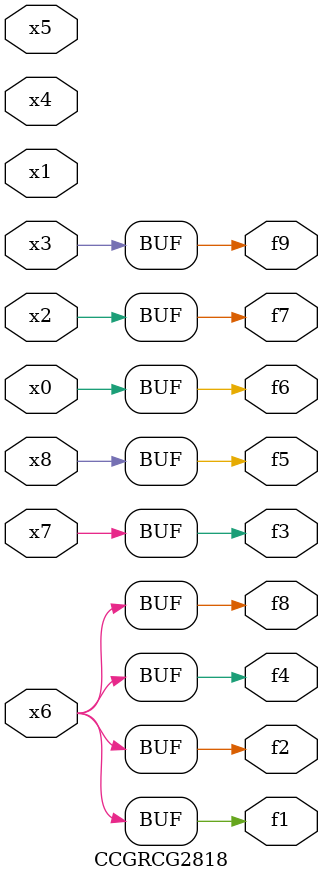
<source format=v>
module CCGRCG2818(
	input x0, x1, x2, x3, x4, x5, x6, x7, x8,
	output f1, f2, f3, f4, f5, f6, f7, f8, f9
);
	assign f1 = x6;
	assign f2 = x6;
	assign f3 = x7;
	assign f4 = x6;
	assign f5 = x8;
	assign f6 = x0;
	assign f7 = x2;
	assign f8 = x6;
	assign f9 = x3;
endmodule

</source>
